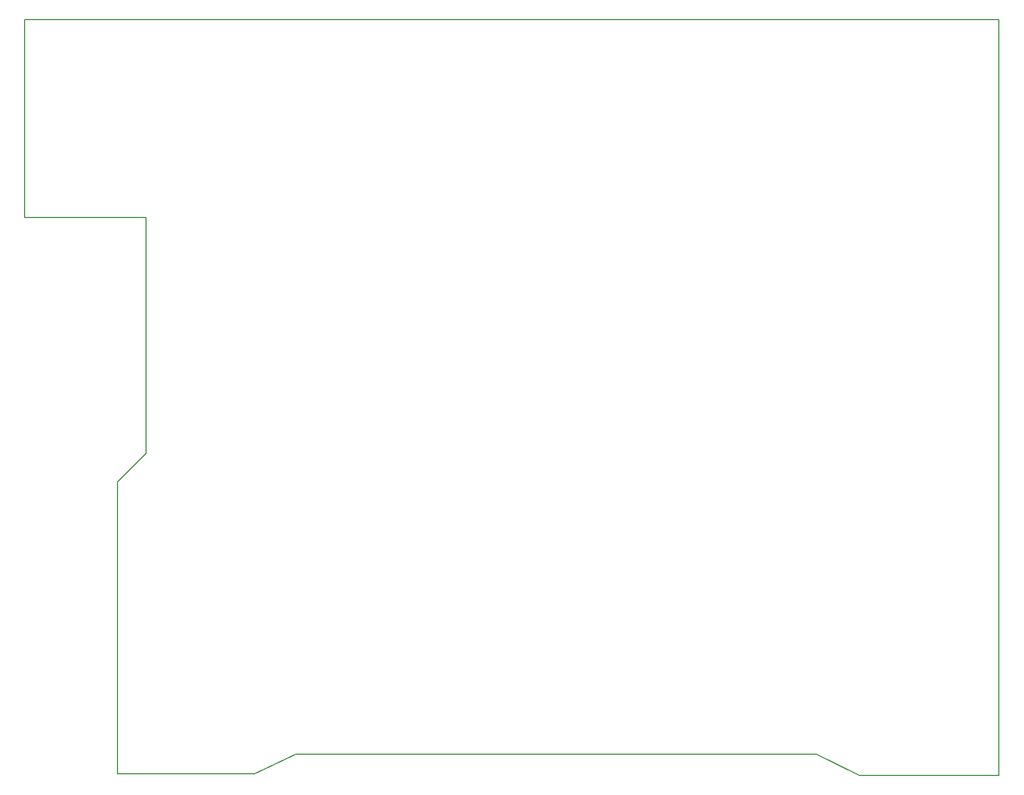
<source format=gbr>
G04 #@! TF.FileFunction,Profile,NP*
%FSLAX46Y46*%
G04 Gerber Fmt 4.6, Leading zero omitted, Abs format (unit mm)*
G04 Created by KiCad (PCBNEW 4.0.5) date Mon Mar 20 13:47:48 2017*
%MOMM*%
%LPD*%
G01*
G04 APERTURE LIST*
%ADD10C,0.100000*%
%ADD11C,0.150000*%
G04 APERTURE END LIST*
D10*
D11*
X222400000Y-150000000D02*
X222400000Y-153500000D01*
X201250000Y-153500000D02*
X222400000Y-153500000D01*
X194750000Y-150250000D02*
X201250000Y-153500000D01*
X116000000Y-150250000D02*
X194750000Y-150250000D01*
X109750000Y-153250000D02*
X116000000Y-150250000D01*
X89000000Y-153250000D02*
X109750000Y-153250000D01*
X89000000Y-150000000D02*
X89000000Y-153250000D01*
X222400000Y-150000000D02*
X222400000Y-39000000D01*
X93300000Y-104700000D02*
X93300000Y-69000000D01*
X75000000Y-69000000D02*
X75000000Y-40000000D01*
X76000000Y-69000000D02*
X75000000Y-69000000D01*
X93300000Y-69000000D02*
X76000000Y-69000000D01*
X89000000Y-109000000D02*
X93300000Y-104700000D01*
X89000000Y-150000000D02*
X89000000Y-109000000D01*
X75000000Y-39000000D02*
X222400000Y-39000000D01*
X75000000Y-40000000D02*
X75000000Y-39000000D01*
M02*

</source>
